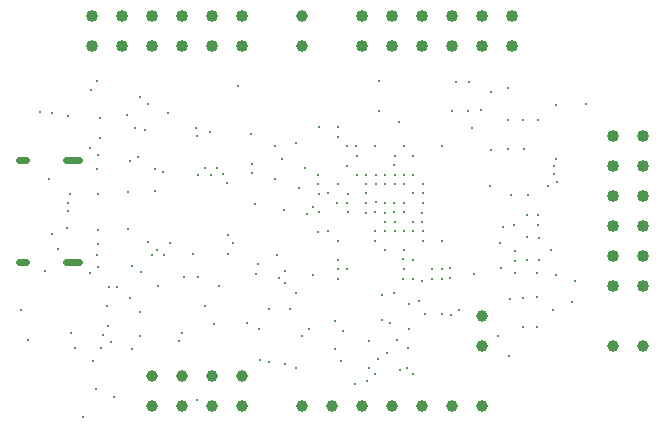
<source format=gbr>
%TF.GenerationSoftware,KiCad,Pcbnew,(5.99.0-7519-ga8269b6380)*%
%TF.CreationDate,2020-12-12T14:21:00-08:00*%
%TF.ProjectId,icebreaker++,69636562-7265-4616-9b65-722b2b2e6b69,V0.1*%
%TF.SameCoordinates,PX1c9c380PY3ef1480*%
%TF.FileFunction,Plated,1,4,PTH,Mixed*%
%TF.FilePolarity,Positive*%
%FSLAX46Y46*%
G04 Gerber Fmt 4.6, Leading zero omitted, Abs format (unit mm)*
G04 Created by KiCad (PCBNEW (5.99.0-7519-ga8269b6380)) date 2020-12-12 14:21:00*
%MOMM*%
%LPD*%
G01*
G04 APERTURE LIST*
%TA.AperFunction,ViaDrill*%
%ADD10C,0.250000*%
%TD*%
%TA.AperFunction,ViaDrill*%
%ADD11C,0.300000*%
%TD*%
G04 aperture for slot hole*
%TA.AperFunction,ComponentDrill*%
%ADD12C,0.600000*%
%TD*%
%TA.AperFunction,ComponentDrill*%
%ADD13C,1.000000*%
%TD*%
%TA.AperFunction,ComponentDrill*%
%ADD14C,1.016000*%
%TD*%
G04 APERTURE END LIST*
D10*
X1250000Y10110000D03*
X2900000Y26890000D03*
X3350000Y13400000D03*
X3660000Y21200000D03*
X3910000Y26850000D03*
X3950000Y16600000D03*
X4380000Y15260000D03*
X5140000Y17090000D03*
X5260000Y19230000D03*
X5270000Y26580000D03*
X5281528Y18530329D03*
X5400000Y19990000D03*
X5550000Y8200000D03*
X5850000Y6900000D03*
X6500000Y1050000D03*
X7100000Y23890000D03*
X7160000Y13270000D03*
X7180000Y28760000D03*
X7360000Y5800000D03*
X7650000Y3450000D03*
X7720000Y29540000D03*
X7720000Y14750000D03*
X7760000Y22080000D03*
X7770000Y16880000D03*
X7770000Y13740000D03*
X7780000Y23230000D03*
X7800000Y15760000D03*
X7810000Y19930000D03*
X7940000Y26390000D03*
X7990000Y24730000D03*
X8100000Y6900000D03*
X8230000Y8000000D03*
X8570000Y10500000D03*
X8650000Y8740000D03*
X8700000Y12040000D03*
X8920000Y7460000D03*
X9200000Y2800000D03*
X9390000Y12080000D03*
X10280000Y26660000D03*
X10320000Y17010000D03*
X10330000Y20140000D03*
X10520000Y22730000D03*
X10530000Y11140000D03*
X10670000Y6830000D03*
X10710010Y13890010D03*
X10900000Y25510000D03*
X11210000Y23110000D03*
X11350000Y7940000D03*
X11390000Y9950000D03*
X11400000Y28200000D03*
X11420000Y13310000D03*
X11750000Y25350000D03*
X12020000Y15920000D03*
X12050000Y27600000D03*
X12360000Y14770000D03*
X12590000Y22100000D03*
X12610000Y20190000D03*
X12840000Y15250000D03*
X12920000Y12130000D03*
X13280000Y21830000D03*
X13360000Y14830000D03*
X13730000Y26810000D03*
X13900000Y15810000D03*
X14650000Y7500000D03*
X14900000Y8150000D03*
X15100000Y12940000D03*
X15850000Y14860000D03*
X16070000Y25570000D03*
X16200000Y2500000D03*
X16220000Y24840000D03*
X16280000Y21600000D03*
X16305000Y12930000D03*
X16850000Y22130000D03*
X16850000Y10500000D03*
X17250000Y25240000D03*
X17380000Y21580000D03*
X17610000Y8920000D03*
X17870000Y22120000D03*
X18030000Y12130000D03*
X18410000Y21640000D03*
X18770000Y20850000D03*
X18800000Y16450000D03*
X18850000Y14840000D03*
X19260000Y15780000D03*
X19650000Y29080000D03*
X20400000Y9000000D03*
X20780000Y25070000D03*
X20840000Y22510000D03*
X20860000Y21750000D03*
X21121978Y19148022D03*
X21150000Y13150000D03*
X21350000Y14050000D03*
X21460000Y8560000D03*
X21500000Y5900000D03*
X22250000Y5750000D03*
X22260000Y10250000D03*
X22750000Y24000000D03*
X22780000Y21230000D03*
X23000000Y14800000D03*
X23120000Y12870000D03*
X23420000Y22930000D03*
X23570000Y18640000D03*
X23600000Y13440000D03*
X23600000Y5550000D03*
X23640000Y12390000D03*
X24090000Y10240000D03*
X24550000Y24300000D03*
X24550000Y5200000D03*
X24610000Y11560000D03*
X24820000Y20480000D03*
X25080000Y7945000D03*
X25340000Y22120000D03*
X25520000Y18260000D03*
X25690000Y8560000D03*
X25980000Y13120000D03*
X26000000Y18860000D03*
X26430000Y16770000D03*
X26460000Y21570000D03*
X26470000Y20830000D03*
X26490000Y19990000D03*
X26510000Y25590000D03*
X26510000Y18390000D03*
X27280000Y20020000D03*
X27300000Y16800000D03*
X27840000Y9210000D03*
X27850000Y6800000D03*
X28060000Y19170000D03*
X28091920Y16000000D03*
X28100000Y25600000D03*
X28100000Y24800000D03*
X28100000Y20800000D03*
X28110000Y14410000D03*
X28110000Y13610000D03*
X28150000Y12760000D03*
X28400000Y5780000D03*
X28570000Y8390000D03*
X28850000Y22350000D03*
X28870000Y19170000D03*
X28900000Y24000000D03*
X28930000Y13630000D03*
X28940000Y19970000D03*
X28940000Y18440000D03*
X29550000Y3850000D03*
X29660000Y24040000D03*
X29700000Y23200000D03*
X29700000Y21600000D03*
X30491920Y20000000D03*
X30495981Y21595981D03*
X30510000Y19200000D03*
X30520202Y18370178D03*
X30530000Y20770000D03*
X30600000Y4150000D03*
X30720000Y7480000D03*
X30750000Y5250000D03*
X31300000Y24000000D03*
X31300000Y18400000D03*
X31300000Y16810000D03*
X31300000Y16000000D03*
X31300000Y4750000D03*
X31310000Y21590000D03*
X31340000Y20790000D03*
X31350000Y19250000D03*
X31500000Y6020000D03*
X31570000Y29500000D03*
X31590000Y27010000D03*
X31870000Y9310000D03*
X31885000Y11375000D03*
X32090000Y19190000D03*
X32090000Y18380000D03*
X32090000Y17610000D03*
X32090000Y16810000D03*
X32100000Y15200000D03*
X32106001Y20785701D03*
X32109063Y21599039D03*
X32310000Y6510000D03*
X32510000Y9060000D03*
X32890000Y19190000D03*
X32900000Y22400000D03*
X32900000Y18390000D03*
X32900000Y11600000D03*
X32910000Y21590000D03*
X32910000Y20790000D03*
X32910000Y17610000D03*
X32910000Y16820000D03*
X32940000Y23170000D03*
X33160000Y7590000D03*
X33300000Y26050000D03*
X33350000Y5050000D03*
X33650000Y14450000D03*
X33670000Y12780000D03*
X33690000Y16810000D03*
X33691922Y20800000D03*
X33695981Y21604019D03*
X33700000Y24000000D03*
X33700000Y19200000D03*
X33700000Y18400000D03*
X33700000Y13600000D03*
X33750000Y15250000D03*
X34000000Y5250000D03*
X34050000Y6880000D03*
X34160000Y8520000D03*
X34170000Y10680000D03*
X34488903Y16819735D03*
X34490000Y20010000D03*
X34500000Y23200000D03*
X34500000Y21600000D03*
X34500000Y17610000D03*
X34500000Y14400000D03*
X34500000Y12800000D03*
X34500000Y4750000D03*
X35000000Y10900000D03*
X35250000Y12600000D03*
X35280000Y18380000D03*
X35280000Y17590000D03*
X35290000Y20790000D03*
X35300000Y20000000D03*
X35300000Y19200000D03*
X35300000Y16800000D03*
X35300000Y16000000D03*
X35510000Y9760000D03*
X36100000Y13600000D03*
X36100000Y12800000D03*
X36890000Y13610000D03*
X36900000Y24000000D03*
X36900000Y16000000D03*
X36900000Y12800000D03*
X36950000Y9800000D03*
X37650000Y13650000D03*
X37650000Y12850000D03*
X37700000Y9700000D03*
X37810000Y27010000D03*
X38110000Y29400000D03*
X38400000Y10100000D03*
X39150000Y27000000D03*
X39200000Y29400000D03*
X39470000Y25510000D03*
X39600000Y13150000D03*
X40250000Y27050000D03*
X41000000Y20600000D03*
X41050000Y28550000D03*
X41100000Y23700000D03*
X41700000Y7902500D03*
X41850000Y15800000D03*
X41950000Y13700000D03*
X42100000Y17200000D03*
X42500000Y23800000D03*
X42550000Y28970000D03*
X42550000Y26250000D03*
X42600000Y6202500D03*
X42660000Y11070000D03*
X42750000Y19850000D03*
X43050000Y17350000D03*
X43100000Y14300000D03*
X43100000Y13250000D03*
X43150000Y15150000D03*
X43800000Y26250000D03*
X43800000Y11150000D03*
X43800000Y8700000D03*
X43850000Y23800000D03*
X44150000Y18200000D03*
X44150000Y16300000D03*
X44150000Y14350000D03*
X44200000Y19850000D03*
X44950000Y13300000D03*
X45000000Y11200000D03*
X45000000Y8700000D03*
X45050000Y18200000D03*
X45100000Y26250000D03*
X45100000Y17300000D03*
X45150000Y16250000D03*
X45150000Y14400000D03*
X45900000Y20600000D03*
X46150000Y15250000D03*
X46300000Y10100000D03*
X46450000Y22300000D03*
X46450000Y21650000D03*
X46550000Y27500000D03*
X46600000Y22950000D03*
X46600000Y13100000D03*
X46700000Y21000000D03*
X47950000Y10800000D03*
X48200000Y12600000D03*
X49150000Y27550000D03*
D11*
X1900000Y7600000D03*
D12*
%TO.C,J24*%
X1150000Y22820000D02*
X1750000Y22820000D01*
X1150000Y14180000D02*
X1750000Y14180000D01*
X5080000Y22820000D02*
X6180000Y22820000D01*
X5080000Y14180000D02*
X6180000Y14180000D01*
D13*
%TO.C,J25*%
X12400000Y4530000D03*
X12400000Y1990000D03*
X14940000Y4530000D03*
X14940000Y1990000D03*
X17480000Y4530000D03*
X17480000Y1990000D03*
X20020000Y4530000D03*
X20020000Y1990000D03*
%TO.C,J26*%
X25100000Y35010000D03*
X25100000Y32470000D03*
%TO.C,J20*%
X25100000Y1990000D03*
X27640000Y1990000D03*
X30180000Y1990000D03*
X32720000Y1990000D03*
X35260000Y1990000D03*
X37800000Y1990000D03*
%TO.C,J28*%
X40340000Y9610000D03*
X40340000Y7070000D03*
%TO.C,J20*%
X40340000Y1990000D03*
%TO.C,J22*%
X51420000Y7070000D03*
X53960000Y7070000D03*
D14*
%TO.C,J23*%
X7320000Y35010000D03*
X7320000Y32470000D03*
X9860000Y35010000D03*
X9860000Y32470000D03*
X12400000Y35010000D03*
X12400000Y32470000D03*
X14940000Y35010000D03*
X14940000Y32470000D03*
X17480000Y35010000D03*
X17480000Y32470000D03*
X20020000Y35010000D03*
X20020000Y32470000D03*
%TO.C,J27*%
X30180000Y35010000D03*
X30180000Y32470000D03*
X32720000Y35010000D03*
X32720000Y32470000D03*
X35260000Y35010000D03*
X35260000Y32470000D03*
X37800000Y35010000D03*
X37800000Y32470000D03*
X40340000Y35010000D03*
X40340000Y32470000D03*
X42880000Y35010000D03*
X42880000Y32470000D03*
%TO.C,J21*%
X51420000Y24850000D03*
X51420000Y22310000D03*
X51420000Y19770000D03*
X51420000Y17230000D03*
X51420000Y14690000D03*
X51420000Y12150000D03*
X53960000Y24850000D03*
X53960000Y22310000D03*
X53960000Y19770000D03*
X53960000Y17230000D03*
X53960000Y14690000D03*
X53960000Y12150000D03*
M02*

</source>
